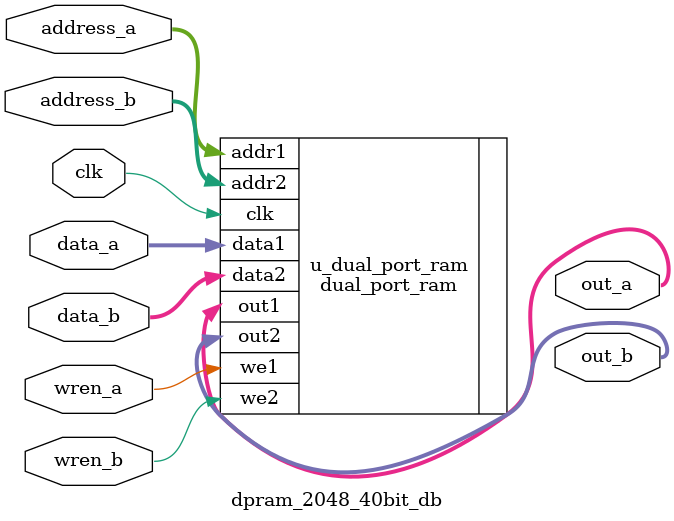
<source format=v>
module dbram_2048_40bit (
    clk,
    address_a,
    address_b,
    wren_a,
    wren_b,
    data_a,
    data_b,
    out_a,
    out_b
); 

parameter AWIDTH=11;
parameter NUM_WORDS=2048;
parameter DWIDTH=40;
input clk;
input [(AWIDTH-1):0] address_a;
input [(AWIDTH-1):0] address_b;
input  wren_a;
input  wren_b;
input [(DWIDTH-1):0] data_a;
input [(DWIDTH-1):0] data_b;
output reg [(DWIDTH-1):0] out_a;
output reg [(DWIDTH-1):0] out_b;

reg count; 

always@(posedge clk) begin 

if (reset) begin 
	count <= 1'b0; 
end
else begin 
	count <= count + 1'b1; 
end

end

wire [(AWIDTH-1):0] address_a1,address_a2;
wire [(AWIDTH-1):0] address_b1,address_b2;
wire  wren_a1,wren_a2;
wire  wren_b1,wren_b2;
wire [(DWIDTH-1):0] data_a1,data_a2;
wire [(DWIDTH-1):0] data_b1,data_b2;
wire [(DWIDTH-1):0] out_a1,out_a2;
wire [(DWIDTH-1):0] out_b1,out_b2;

assign address_a = count?address_a1:address_a2; 
assign address_b = count?address_b1:address_b2;
assign wren_a = count?wren_a1:wren_a2;
assign wren_b = count?wren_b1:wren_b2;
assign data_a = count?data_a1:data_a2;
assign data_b = count?data_b1:data_b2;
assign out_a = count?out_a1:out_a2;
assign out_b = count?out_b1:out_b2;

dpram_2048_40bit_db inst1(.clk(clk),.address_a(address_a1),.address_b(address_b1),.wren_a(wren_a1),.wren_b(wren_b1),.data_a(data_a1),.data_b(data_b1),.out_a(out_a1),.out_b(out_b1));
dpram_2048_40bit_db inst2(.clk(clk),.address_a(address_a2),.address_b(address_b2),.wren_a(wren_a2),.wren_b(wren_b2),.data_a(data_a2),.data_b(data_b2),.out_a(out_a2),.out_b(out_b2));


endmodule

module dpram_2048_40bit_db (
    clk,
    address_a,
    address_b,
    wren_a,
    wren_b,
    data_a,
    data_b,
    out_a,
    out_b
);
parameter AWIDTH=11;
parameter NUM_WORDS=2048;
parameter DWIDTH=40;
input clk;
input [(AWIDTH-1):0] address_a;
input [(AWIDTH-1):0] address_b;
input  wren_a;
input  wren_b;
input [(DWIDTH-1):0] data_a;
input [(DWIDTH-1):0] data_b;
output reg [(DWIDTH-1):0] out_a;
output reg [(DWIDTH-1):0] out_b;

`ifdef SIMULATION_MEMORY

reg [DWIDTH-1:0] ram[NUM_WORDS-1:0];
always @ (posedge clk) begin 
  if (wren_a) begin
      ram[address_a] <= data_a;
  end
  else begin
      out_a <= ram[address_a];
  end
end
  
always @ (posedge clk) begin 
  if (wren_b) begin
      ram[address_b] <= data_b;
  end 
  else begin
      out_b <= ram[address_b];
  end
end

`else

dual_port_ram u_dual_port_ram(
.addr1(address_a),
.we1(wren_a),
.data1(data_a),
.out1(out_a),
.addr2(address_b),
.we2(wren_b),
.data2(data_b),
.out2(out_b),
.clk(clk)
);

`endif
endmodule

</source>
